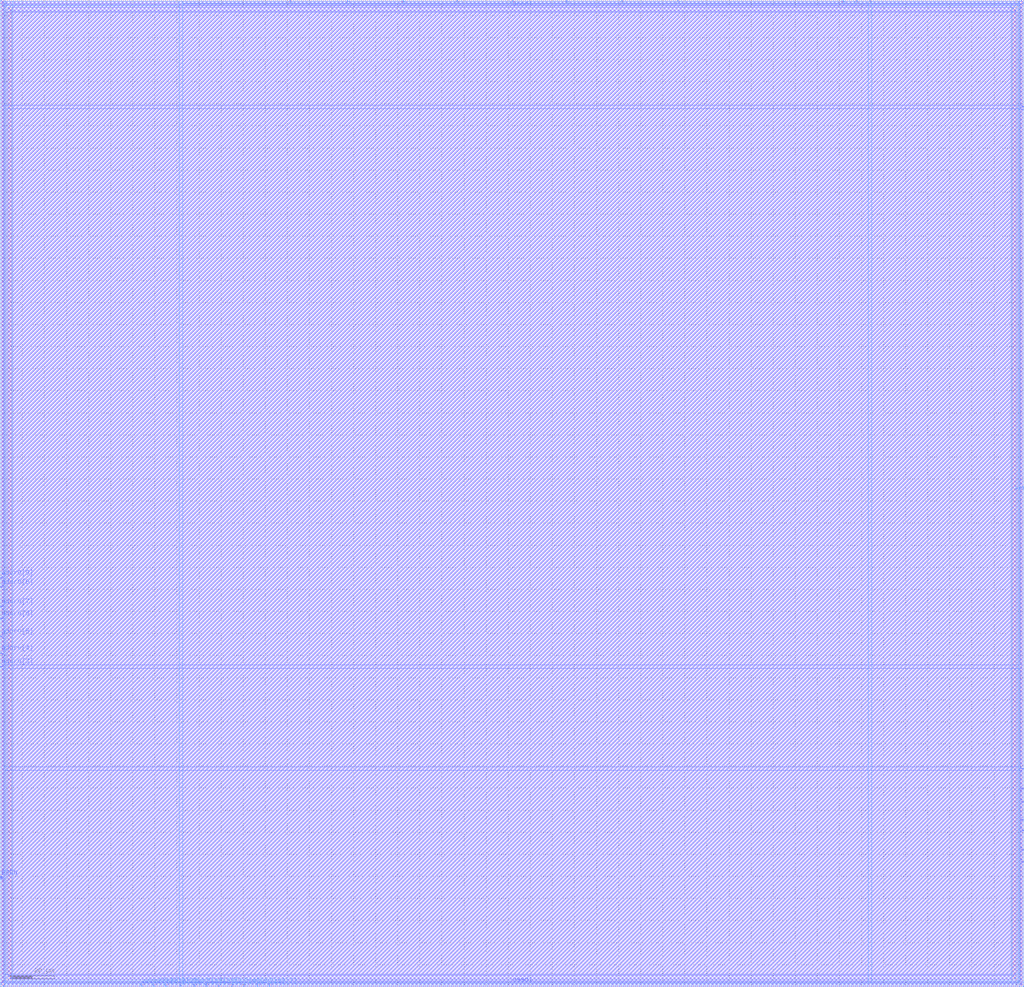
<source format=lef>
VERSION 5.4 ;
NAMESCASESENSITIVE ON ;
BUSBITCHARS "[]" ;
DIVIDERCHAR "/" ;
UNITS
  DATABASE MICRONS 2000 ;
END UNITS
MACRO sky130_sram_1kbyte_1r1w_8x1024_8
   CLASS BLOCK ;
   SIZE 463.46 BY 447.14 ;
   SYMMETRY X Y R90 ;
   PIN din0[0]
      DIRECTION INPUT ;
      PORT
         LAYER met4 ;
         RECT  81.6 0.0 81.98 1.06 ;
      END
   END din0[0]
   PIN din0[1]
      DIRECTION INPUT ;
      PORT
         LAYER met4 ;
         RECT  87.72 0.0 88.1 1.06 ;
      END
   END din0[1]
   PIN din0[2]
      DIRECTION INPUT ;
      PORT
         LAYER met4 ;
         RECT  93.16 0.0 93.54 1.06 ;
      END
   END din0[2]
   PIN din0[3]
      DIRECTION INPUT ;
      PORT
         LAYER met4 ;
         RECT  98.6 0.0 98.98 1.06 ;
      END
   END din0[3]
   PIN din0[4]
      DIRECTION INPUT ;
      PORT
         LAYER met4 ;
         RECT  104.72 0.0 105.1 1.06 ;
      END
   END din0[4]
   PIN din0[5]
      DIRECTION INPUT ;
      PORT
         LAYER met4 ;
         RECT  110.16 0.0 110.54 1.06 ;
      END
   END din0[5]
   PIN din0[6]
      DIRECTION INPUT ;
      PORT
         LAYER met4 ;
         RECT  116.28 0.0 116.66 1.06 ;
      END
   END din0[6]
   PIN din0[7]
      DIRECTION INPUT ;
      PORT
         LAYER met4 ;
         RECT  121.72 0.0 122.1 1.06 ;
      END
   END din0[7]
   PIN addr0[0]
      DIRECTION INPUT ;
      PORT
         LAYER met4 ;
         RECT  63.92 0.0 64.3 1.06 ;
      END
   END addr0[0]
   PIN addr0[1]
      DIRECTION INPUT ;
      PORT
         LAYER met4 ;
         RECT  69.36 0.0 69.74 1.06 ;
      END
   END addr0[1]
   PIN addr0[2]
      DIRECTION INPUT ;
      PORT
         LAYER met4 ;
         RECT  74.8 0.0 75.18 1.06 ;
      END
   END addr0[2]
   PIN addr0[3]
      DIRECTION INPUT ;
      PORT
         LAYER met3 ;
         RECT  0.0 144.84 1.06 145.22 ;
      END
   END addr0[3]
   PIN addr0[4]
      DIRECTION INPUT ;
      PORT
         LAYER met3 ;
         RECT  0.0 150.96 1.06 151.34 ;
      END
   END addr0[4]
   PIN addr0[5]
      DIRECTION INPUT ;
      PORT
         LAYER met3 ;
         RECT  0.0 158.44 1.06 158.82 ;
      END
   END addr0[5]
   PIN addr0[6]
      DIRECTION INPUT ;
      PORT
         LAYER met3 ;
         RECT  0.0 166.6 1.06 166.98 ;
      END
   END addr0[6]
   PIN addr0[7]
      DIRECTION INPUT ;
      PORT
         LAYER met3 ;
         RECT  0.0 172.04 1.06 172.42 ;
      END
   END addr0[7]
   PIN addr0[8]
      DIRECTION INPUT ;
      PORT
         LAYER met3 ;
         RECT  0.0 180.88 1.06 181.26 ;
      END
   END addr0[8]
   PIN addr0[9]
      DIRECTION INPUT ;
      PORT
         LAYER met3 ;
         RECT  0.0 184.96 1.06 185.34 ;
      END
   END addr0[9]
   PIN addr1[0]
      DIRECTION INPUT ;
      PORT
         LAYER met4 ;
         RECT  393.72 446.08 394.1 447.14 ;
      END
   END addr1[0]
   PIN addr1[1]
      DIRECTION INPUT ;
      PORT
         LAYER met4 ;
         RECT  387.6 446.08 387.98 447.14 ;
      END
   END addr1[1]
   PIN addr1[2]
      DIRECTION INPUT ;
      PORT
         LAYER met4 ;
         RECT  381.48 446.08 381.86 447.14 ;
      END
   END addr1[2]
   PIN addr1[3]
      DIRECTION INPUT ;
      PORT
         LAYER met3 ;
         RECT  462.4 98.6 463.46 98.98 ;
      END
   END addr1[3]
   PIN addr1[4]
      DIRECTION INPUT ;
      PORT
         LAYER met3 ;
         RECT  462.4 89.76 463.46 90.14 ;
      END
   END addr1[4]
   PIN addr1[5]
      DIRECTION INPUT ;
      PORT
         LAYER met3 ;
         RECT  462.4 83.64 463.46 84.02 ;
      END
   END addr1[5]
   PIN addr1[6]
      DIRECTION INPUT ;
      PORT
         LAYER met3 ;
         RECT  462.4 75.48 463.46 75.86 ;
      END
   END addr1[6]
   PIN addr1[7]
      DIRECTION INPUT ;
      PORT
         LAYER met3 ;
         RECT  462.4 70.72 463.46 71.1 ;
      END
   END addr1[7]
   PIN addr1[8]
      DIRECTION INPUT ;
      PORT
         LAYER met3 ;
         RECT  462.4 61.88 463.46 62.26 ;
      END
   END addr1[8]
   PIN addr1[9]
      DIRECTION INPUT ;
      PORT
         LAYER met3 ;
         RECT  462.4 56.44 463.46 56.82 ;
      END
   END addr1[9]
   PIN csb0
      DIRECTION INPUT ;
      PORT
         LAYER met3 ;
         RECT  0.0 49.64 1.06 50.02 ;
      END
   END csb0
   PIN csb1
      DIRECTION INPUT ;
      PORT
         LAYER met3 ;
         RECT  462.4 398.48 463.46 398.86 ;
      END
   END csb1
   PIN clk0
      DIRECTION INPUT ;
      PORT
         LAYER met3 ;
         RECT  0.0 48.96 1.06 49.34 ;
      END
   END clk0
   PIN clk1
      DIRECTION INPUT ;
      PORT
         LAYER met3 ;
         RECT  462.4 397.12 463.46 397.5 ;
      END
   END clk1
   PIN dout1[0]
      DIRECTION OUTPUT ;
      PORT
         LAYER met4 ;
         RECT  131.24 446.08 131.62 447.14 ;
      END
   END dout1[0]
   PIN dout1[1]
      DIRECTION OUTPUT ;
      PORT
         LAYER met4 ;
         RECT  157.08 446.08 157.46 447.14 ;
      END
   END dout1[1]
   PIN dout1[2]
      DIRECTION OUTPUT ;
      PORT
         LAYER met4 ;
         RECT  182.24 446.08 182.62 447.14 ;
      END
   END dout1[2]
   PIN dout1[3]
      DIRECTION OUTPUT ;
      PORT
         LAYER met4 ;
         RECT  206.72 446.08 207.1 447.14 ;
      END
   END dout1[3]
   PIN dout1[4]
      DIRECTION OUTPUT ;
      PORT
         LAYER met4 ;
         RECT  231.88 446.08 232.26 447.14 ;
      END
   END dout1[4]
   PIN dout1[5]
      DIRECTION OUTPUT ;
      PORT
         LAYER met4 ;
         RECT  256.36 446.08 256.74 447.14 ;
      END
   END dout1[5]
   PIN dout1[6]
      DIRECTION OUTPUT ;
      PORT
         LAYER met4 ;
         RECT  281.52 446.08 281.9 447.14 ;
      END
   END dout1[6]
   PIN dout1[7]
      DIRECTION OUTPUT ;
      PORT
         LAYER met4 ;
         RECT  306.68 446.08 307.06 447.14 ;
      END
   END dout1[7]
   PIN vccd1
      DIRECTION INOUT ;
      USE POWER ; 
      SHAPE ABUTMENT ; 
      PORT
         LAYER met4 ;
         RECT  3.4 3.4 5.14 443.74 ;
         LAYER met4 ;
         RECT  458.32 3.4 460.06 443.74 ;
         LAYER met3 ;
         RECT  3.4 3.4 460.06 5.14 ;
         LAYER met3 ;
         RECT  3.4 442.0 460.06 443.74 ;
      END
   END vccd1
   PIN vssd1
      DIRECTION INOUT ;
      USE GROUND ; 
      SHAPE ABUTMENT ; 
      PORT
         LAYER met4 ;
         RECT  0.0 0.0 1.74 447.14 ;
         LAYER met3 ;
         RECT  0.0 445.4 463.46 447.14 ;
         LAYER met3 ;
         RECT  0.0 0.0 463.46 1.74 ;
         LAYER met4 ;
         RECT  461.72 0.0 463.46 447.14 ;
      END
   END vssd1
   OBS
   LAYER  met1 ;
      RECT  0.62 0.62 462.84 446.52 ;
   LAYER  met2 ;
      RECT  0.62 0.62 462.84 446.52 ;
   LAYER  met3 ;
      RECT  1.66 144.24 462.84 145.82 ;
      RECT  0.62 145.82 1.66 150.36 ;
      RECT  0.62 151.94 1.66 157.84 ;
      RECT  0.62 159.42 1.66 166.0 ;
      RECT  0.62 167.58 1.66 171.44 ;
      RECT  0.62 173.02 1.66 180.28 ;
      RECT  0.62 181.86 1.66 184.36 ;
      RECT  1.66 98.0 461.8 99.58 ;
      RECT  1.66 99.58 461.8 144.24 ;
      RECT  461.8 99.58 462.84 144.24 ;
      RECT  461.8 90.74 462.84 98.0 ;
      RECT  461.8 84.62 462.84 89.16 ;
      RECT  461.8 76.46 462.84 83.04 ;
      RECT  461.8 71.7 462.84 74.88 ;
      RECT  461.8 62.86 462.84 70.12 ;
      RECT  461.8 57.42 462.84 61.28 ;
      RECT  0.62 50.62 1.66 144.24 ;
      RECT  1.66 145.82 461.8 397.88 ;
      RECT  1.66 397.88 461.8 399.46 ;
      RECT  461.8 145.82 462.84 396.52 ;
      RECT  1.66 2.8 2.8 5.74 ;
      RECT  1.66 5.74 2.8 98.0 ;
      RECT  2.8 5.74 460.66 98.0 ;
      RECT  460.66 2.8 461.8 5.74 ;
      RECT  460.66 5.74 461.8 98.0 ;
      RECT  1.66 399.46 2.8 441.4 ;
      RECT  1.66 441.4 2.8 444.34 ;
      RECT  2.8 399.46 460.66 441.4 ;
      RECT  460.66 399.46 461.8 441.4 ;
      RECT  460.66 441.4 461.8 444.34 ;
      RECT  0.62 185.94 1.66 444.8 ;
      RECT  461.8 399.46 462.84 444.8 ;
      RECT  1.66 444.34 2.8 444.8 ;
      RECT  2.8 444.34 460.66 444.8 ;
      RECT  460.66 444.34 461.8 444.8 ;
      RECT  461.8 2.34 462.84 55.84 ;
      RECT  0.62 2.34 1.66 48.36 ;
      RECT  1.66 2.34 2.8 2.8 ;
      RECT  2.8 2.34 460.66 2.8 ;
      RECT  460.66 2.34 461.8 2.8 ;
   LAYER  met4 ;
      RECT  81.0 1.66 82.58 446.52 ;
      RECT  82.58 0.62 87.12 1.66 ;
      RECT  88.7 0.62 92.56 1.66 ;
      RECT  94.14 0.62 98.0 1.66 ;
      RECT  99.58 0.62 104.12 1.66 ;
      RECT  105.7 0.62 109.56 1.66 ;
      RECT  111.14 0.62 115.68 1.66 ;
      RECT  117.26 0.62 121.12 1.66 ;
      RECT  64.9 0.62 68.76 1.66 ;
      RECT  70.34 0.62 74.2 1.66 ;
      RECT  75.78 0.62 81.0 1.66 ;
      RECT  82.58 1.66 393.12 445.48 ;
      RECT  393.12 1.66 394.7 445.48 ;
      RECT  388.58 445.48 393.12 446.52 ;
      RECT  382.46 445.48 387.0 446.52 ;
      RECT  82.58 445.48 130.64 446.52 ;
      RECT  132.22 445.48 156.48 446.52 ;
      RECT  158.06 445.48 181.64 446.52 ;
      RECT  183.22 445.48 206.12 446.52 ;
      RECT  207.7 445.48 231.28 446.52 ;
      RECT  232.86 445.48 255.76 446.52 ;
      RECT  257.34 445.48 280.92 446.52 ;
      RECT  282.5 445.48 306.08 446.52 ;
      RECT  307.66 445.48 380.88 446.52 ;
      RECT  2.8 1.66 5.74 2.8 ;
      RECT  2.8 444.34 5.74 446.52 ;
      RECT  5.74 1.66 81.0 2.8 ;
      RECT  5.74 2.8 81.0 444.34 ;
      RECT  5.74 444.34 81.0 446.52 ;
      RECT  394.7 1.66 457.72 2.8 ;
      RECT  394.7 2.8 457.72 444.34 ;
      RECT  394.7 444.34 457.72 445.48 ;
      RECT  457.72 1.66 460.66 2.8 ;
      RECT  457.72 444.34 460.66 445.48 ;
      RECT  2.34 0.62 63.32 1.66 ;
      RECT  2.34 1.66 2.8 2.8 ;
      RECT  2.34 2.8 2.8 444.34 ;
      RECT  2.34 444.34 2.8 446.52 ;
      RECT  122.7 0.62 461.12 1.66 ;
      RECT  394.7 445.48 461.12 446.52 ;
      RECT  460.66 1.66 461.12 2.8 ;
      RECT  460.66 2.8 461.12 444.34 ;
      RECT  460.66 444.34 461.12 445.48 ;
   END
END    sky130_sram_1kbyte_1r1w_8x1024_8
END    LIBRARY

</source>
